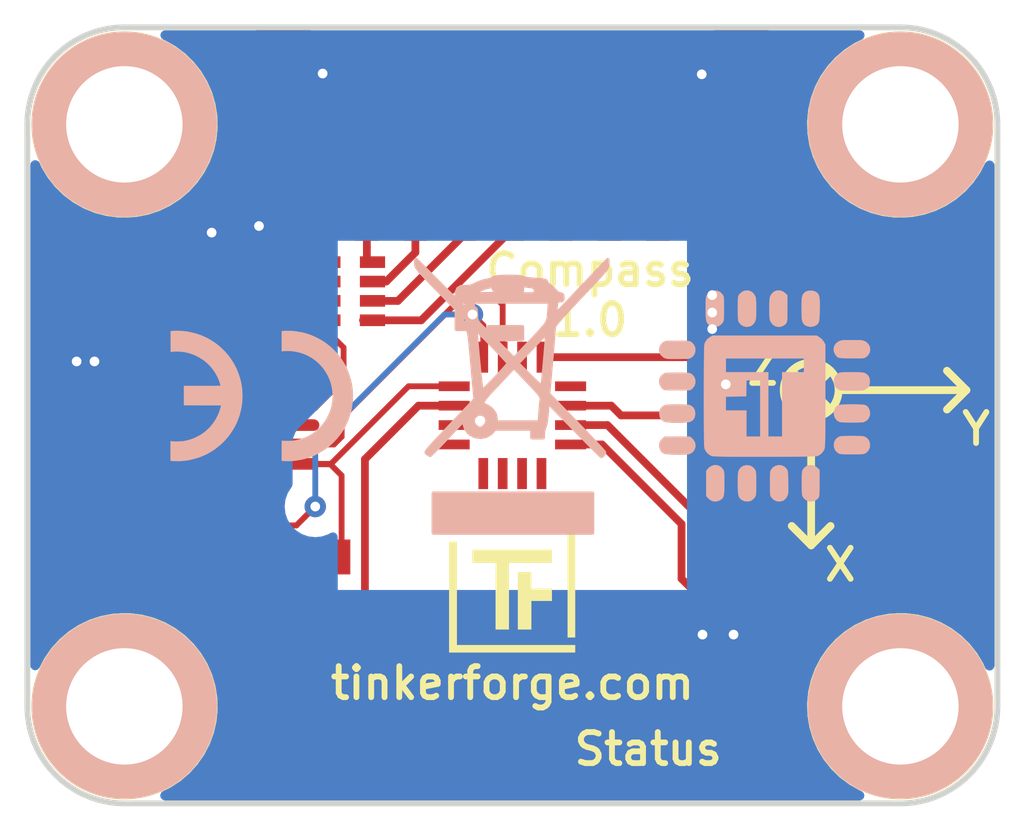
<source format=kicad_pcb>
(kicad_pcb (version 20221018) (generator pcbnew)
  (title_block (title "Compass Bricklet 1.0") (date "2019-02-13") (rev "1.0") (company "Tinkerforge GmbH") (comment 1 "Licensed under CERN OHL v.1.1") (comment 2 "Copyright (©) 2019, T.Schneidermann <tim@tinkerforge.com>"))
  (layers (0 "F.Cu" signal) (31 "B.Cu" signal) (34 "B.Paste" user) (35 "F.Paste" user) (36 "B.SilkS" user "B.Silkscreen") (37 "F.SilkS" user "F.Silkscreen") (38 "B.Mask" user) (39 "F.Mask" user) (44 "Edge.Cuts" user))
  (net 0 "")
  (net 1 "VCC")
  (net 2 "GND")
  (net 3 "Net-(C3-Pad1)")
  (net 4 "Net-(D1-Pad2)")
  (net 5 "Net-(P1-Pad4)")
  (net 6 "Net-(P1-Pad5)")
  (net 7 "Net-(P1-Pad6)")
  (net 8 "Net-(P2-Pad1)")
  (net 9 "Net-(P3-Pad2)")
  (net 10 "Net-(R1-Pad1)")
  (net 11 "S-MISO")
  (net 12 "S-MOSI")
  (net 13 "S-CLK")
  (net 14 "S-CS")
  (net 15 "SDA")
  (net 16 "SCL")
  (net 17 "INTERRUPT")
  (net 18 "Net-(C6-Pad1)")
  (net 19 "Net-(P1-Pad1)")
  (net 20 "Net-(RP2-Pad6)")
  (net 21 "Net-(RP2-Pad7)")
  (net 22 "Net-(U1-Pad2)")
  (net 23 "Net-(U1-Pad3)")
  (net 24 "Net-(U1-Pad5)")
  (net 25 "Net-(U1-Pad6)")
  (net 26 "Net-(U1-Pad8)")
  (net 27 "Net-(U1-Pad11)")
  (net 28 "Net-(U1-Pad12)")
  (net 29 "Net-(U1-Pad13)")
  (net 30 "Net-(U1-Pad14)")
  (net 31 "Net-(U1-Pad16)")
  (net 32 "Net-(U1-Pad18)")
  (net 33 "Net-(U1-Pad21)")
  (net 34 "Net-(U2-Pad3)")
  (net 35 "Net-(U2-Pad4)")
  (net 36 "Net-(U2-Pad5)")
  (net 37 "Net-(U2-Pad6)")
  (net 38 "Net-(U2-Pad7)")
  (net 39 "Net-(U2-Pad8)")
  (net 40 "Net-(U2-Pad12)")
  (net 41 "Net-(U2-Pad14)")
  (footprint "kicad-libraries:C0603F" (layer "F.Cu") (at 159 97.5 90)
    (fp_text reference "C1")
    (fp_text value "100nF")
    (pad "1" smd rect (at -0.75 0 90) (size 0.9 0.9) (layers "F.Cu" "F.Paste" "F.Mask") (net 1 "VCC"))
    (pad "2" smd rect (at 0.75 0 90) (size 0.9 0.9) (layers "F.Cu" "F.Paste" "F.Mask") (net 2 "GND"))
  )
  (footprint "kicad-libraries:C0603F" (layer "F.Cu") (at 175.5 98.3 -90)
    (fp_text reference "C2")
    (fp_text value "1uF")
    (pad "1" smd rect (at -0.75 0 270) (size 0.9 0.9) (layers "F.Cu" "F.Paste" "F.Mask") (net 2 "GND"))
    (pad "2" smd rect (at 0.75 0 270) (size 0.9 0.9) (layers "F.Cu" "F.Paste" "F.Mask") (net 1 "VCC"))
  )
  (footprint "kicad-libraries:C0603F" (layer "F.Cu") (at 176.6 94.75 180)
    (fp_text reference "C5")
    (fp_text value "1uF")
    (pad "1" smd rect (at -0.75 0 180) (size 0.9 0.9) (layers "F.Cu" "F.Paste" "F.Mask") (net 1 "VCC"))
    (pad "2" smd rect (at 0.75 0 180) (size 0.9 0.9) (layers "F.Cu" "F.Paste" "F.Mask") (net 2 "GND"))
  )
  (footprint "kicad-libraries:C0805" (layer "F.Cu") (at 175.3 101.5 -90)
    (fp_text reference "C6")
    (fp_text value "10uF")
    (pad "1" smd rect (at -1.00076 0 270) (size 1.00076 1.24968) (layers "F.Cu" "F.Paste" "F.Mask") (net 18 "Net-(C6-Pad1)") (clearance 0.14986))
    (pad "2" smd rect (at 1.00076 0 270) (size 1.00076 1.24968) (layers "F.Cu" "F.Paste" "F.Mask") (net 2 "GND") (clearance 0.14986))
  )
  (footprint "kicad-libraries:D0603F" (layer "F.Cu") (at 170 106.11 180)
    (fp_text reference "D1")
    (fp_text value "blue")
    (pad "1" smd rect (at -0.75 0 180) (size 0.9 0.9) (layers "F.Cu" "F.Paste" "F.Mask") (net 1 "VCC"))
    (pad "2" smd rect (at 0.75 0 180) (size 0.9 0.9) (layers "F.Cu" "F.Paste" "F.Mask") (net 4 "Net-(D1-Pad2)"))
  )
  (footprint "kicad-libraries:CON-SENSOR2" (layer "F.Cu") (at 170 87.5 180)
    (fp_text reference "P1")
    (fp_text value "CON-SENSOR2")
    (pad "1" smd rect (at -3.75 -4.6 180) (size 0.6 1.8) (layers "F.Cu" "F.Paste" "F.Mask") (net 19 "Net-(P1-Pad1)"))
    (pad "2" smd rect (at -2.5 -4.6 180) (size 0.6 1.8) (layers "F.Cu" "F.Paste" "F.Mask") (net 2 "GND"))
    (pad "3" smd rect (at -1.25 -4.6 180) (size 0.6 1.8) (layers "F.Cu" "F.Paste" "F.Mask") (net 1 "VCC"))
    (pad "4" smd rect (at 0 -4.6 180) (size 0.6 1.8) (layers "F.Cu" "F.Paste" "F.Mask") (net 5 "Net-(P1-Pad4)"))
    (pad "5" smd rect (at 1.25 -4.6 180) (size 0.6 1.8) (layers "F.Cu" "F.Paste" "F.Mask") (net 6 "Net-(P1-Pad5)"))
    (pad "6" smd rect (at 2.5 -4.6 180) (size 0.6 1.8) (layers "F.Cu" "F.Paste" "F.Mask") (net 7 "Net-(P1-Pad6)"))
    (pad "7" smd rect (at 3.75 -4.6 180) (size 0.6 1.8) (layers "F.Cu" "F.Paste" "F.Mask") (net 3 "Net-(C3-Pad1)"))
    (pad "EP" smd rect (at -5.9 -1.2 180) (size 1.4 2.4) (layers "F.Cu" "F.Paste" "F.Mask") (net 2 "GND"))
    (pad "EP" smd rect (at 5.9 -1.2 180) (size 1.4 2.4) (layers "F.Cu" "F.Paste" "F.Mask") (net 2 "GND"))
  )
  (footprint "kicad-libraries:DEBUG_PAD" (layer "F.Cu") (at 161.9 101.25)
    (fp_text reference "P2")
    (fp_text value "DEBUG")
    (pad "1" smd circle (at 0 0) (size 0.7 0.7) (layers "F.Cu" "F.Paste" "F.Mask") (net 8 "Net-(P2-Pad1)"))
  )
  (footprint "kicad-libraries:SolderJumper" (layer "F.Cu") (at 162.25 93.7 -90)
    (fp_text reference "P3")
    (fp_text value "BOOT")
    (pad "1" smd rect (at -0.5 0 270) (size 0.4 1.4) (layers "F.Cu" "F.Mask") (net 2 "GND"))
    (pad "1" smd rect (at -0.225 -0.55 270) (size 0.95 0.3) (layers "F.Cu" "F.Mask") (net 2 "GND"))
    (pad "1" smd rect (at -0.225 0.55 270) (size 0.95 0.3) (layers "F.Cu" "F.Mask") (net 2 "GND"))
    (pad "2" smd rect (at 0.15 0 270) (size 0.6 0.5) (layers "F.Cu" "F.Mask") (net 9 "Net-(P3-Pad2)"))
    (pad "2" smd rect (at 0.55 0 270) (size 0.3 1.4) (layers "F.Cu" "F.Mask") (net 9 "Net-(P3-Pad2)"))
  )
  (footprint "kicad-libraries:R0603F" (layer "F.Cu") (at 167.02 106.11)
    (fp_text reference "R1")
    (fp_text value "1k")
    (pad "1" smd rect (at -0.75 0) (size 0.9 0.9) (layers "F.Cu" "F.Paste" "F.Mask") (net 10 "Net-(R1-Pad1)"))
    (pad "2" smd rect (at 0.75 0) (size 0.9 0.9) (layers "F.Cu" "F.Paste" "F.Mask") (net 4 "Net-(D1-Pad2)"))
  )
  (footprint "kicad-libraries:4X0402" (layer "F.Cu") (at 165.82 94.3 90)
    (fp_text reference "RP1")
    (fp_text value "82")
    (pad "1" smd rect (at -0.7493 0.575 270) (size 0.29972 0.65) (layers "F.Cu" "F.Paste" "F.Mask") (net 5 "Net-(P1-Pad4)"))
    (pad "2" smd rect (at -0.24892 0.575 270) (size 0.29972 0.65) (layers "F.Cu" "F.Paste" "F.Mask") (net 6 "Net-(P1-Pad5)"))
    (pad "3" smd rect (at 0.24892 0.575 270) (size 0.29972 0.65) (layers "F.Cu" "F.Paste" "F.Mask") (net 7 "Net-(P1-Pad6)"))
    (pad "4" smd rect (at 0.7493 0.575 270) (size 0.29972 0.65) (layers "F.Cu" "F.Paste" "F.Mask") (net 3 "Net-(C3-Pad1)"))
    (pad "5" smd rect (at 0.7493 -0.575 90) (size 0.29972 0.65) (layers "F.Cu" "F.Paste" "F.Mask") (net 11 "S-MISO"))
    (pad "6" smd rect (at 0.24892 -0.575 90) (size 0.29972 0.65) (layers "F.Cu" "F.Paste" "F.Mask") (net 12 "S-MOSI"))
    (pad "7" smd rect (at -0.24892 -0.575 90) (size 0.29972 0.65) (layers "F.Cu" "F.Paste" "F.Mask") (net 13 "S-CLK"))
    (pad "8" smd rect (at -0.7493 -0.575 90) (size 0.29972 0.65) (layers "F.Cu" "F.Paste" "F.Mask") (net 14 "S-CS"))
  )
  (footprint "kicad-libraries:4X0603" (layer "F.Cu") (at 164.4 102 180)
    (fp_text reference "RP2")
    (fp_text value "2k2")
    (pad "1" smd rect (at -1.19888 -0.8509 180) (size 0.44958 0.89916) (layers "F.Cu" "F.Paste" "F.Mask") (net 1 "VCC"))
    (pad "2" smd rect (at -0.39878 -0.8509 180) (size 0.44958 0.89916) (layers "F.Cu" "F.Paste" "F.Mask") (net 1 "VCC"))
    (pad "3" smd rect (at 0.39878 -0.8509 180) (size 0.44958 0.89916) (layers "F.Cu" "F.Paste" "F.Mask") (net 1 "VCC"))
    (pad "4" smd rect (at 1.19888 -0.8509 180) (size 0.44958 0.89916) (layers "F.Cu" "F.Paste" "F.Mask") (net 1 "VCC"))
    (pad "5" smd rect (at 1.19888 0.8509 180) (size 0.44958 0.89916) (layers "F.Cu" "F.Paste" "F.Mask") (net 15 "SDA"))
    (pad "6" smd rect (at 0.39878 0.8509 180) (size 0.44958 0.89916) (layers "F.Cu" "F.Paste" "F.Mask") (net 20 "Net-(RP2-Pad6)"))
    (pad "7" smd rect (at -0.39878 0.8509 180) (size 0.44958 0.89916) (layers "F.Cu" "F.Paste" "F.Mask") (net 21 "Net-(RP2-Pad7)"))
    (pad "8" smd rect (at -1.19888 0.8509 180) (size 0.44958 0.89916) (layers "F.Cu" "F.Paste" "F.Mask") (net 16 "SCL"))
  )
  (footprint "kicad-libraries:QFN24-4x4mm-0.5mm" (layer "F.Cu") (at 162.5 97.5 -90)
    (fp_text reference "U1")
    (fp_text value "XMC1300")
    (pad "1" smd oval (at -2.025 -1.25 270) (size 1 0.3) (layers "F.Cu" "F.Paste" "F.Mask") (net 11 "S-MISO"))
    (pad "2" smd oval (at -2.025 -0.75 270) (size 1 0.3) (layers "F.Cu" "F.Paste" "F.Mask") (net 22 "Net-(U1-Pad2)"))
    (pad "3" smd oval (at -2.025 -0.25 270) (size 1 0.3) (layers "F.Cu" "F.Paste" "F.Mask") (net 23 "Net-(U1-Pad3)"))
    (pad "4" smd oval (at -2.025 0.25 270) (size 1 0.3) (layers "F.Cu" "F.Paste" "F.Mask") (net 9 "Net-(P3-Pad2)"))
    (pad "5" smd oval (at -2.025 0.75 270) (size 1 0.3) (layers "F.Cu" "F.Paste" "F.Mask") (net 24 "Net-(U1-Pad5)"))
    (pad "6" smd oval (at -2.025 1.25 270) (size 1 0.3) (layers "F.Cu" "F.Paste" "F.Mask") (net 25 "Net-(U1-Pad6)"))
    (pad "7" smd oval (at -1.25 2.025) (size 1 0.3) (layers "F.Cu" "F.Paste" "F.Mask") (net 10 "Net-(R1-Pad1)"))
    (pad "8" smd oval (at -0.75 2.025) (size 1 0.3) (layers "F.Cu" "F.Paste" "F.Mask") (net 26 "Net-(U1-Pad8)"))
    (pad "9" smd oval (at -0.25 2.025) (size 1 0.3) (layers "F.Cu" "F.Paste" "F.Mask") (net 2 "GND"))
    (pad "10" smd oval (at 0.25 2.025) (size 1 0.3) (layers "F.Cu" "F.Paste" "F.Mask") (net 1 "VCC"))
    (pad "11" smd oval (at 0.75 2.025) (size 1 0.3) (layers "F.Cu" "F.Paste" "F.Mask") (net 27 "Net-(U1-Pad11)"))
    (pad "12" smd oval (at 1.25 2.025) (size 1 0.3) (layers "F.Cu" "F.Paste" "F.Mask") (net 28 "Net-(U1-Pad12)"))
    (pad "13" smd oval (at 2.025 1.25 270) (size 1 0.3) (layers "F.Cu" "F.Paste" "F.Mask") (net 29 "Net-(U1-Pad13)"))
    (pad "14" smd oval (at 2.025 0.75 270) (size 1 0.3) (layers "F.Cu" "F.Paste" "F.Mask") (net 30 "Net-(U1-Pad14)"))
    (pad "15" smd oval (at 2.025 0.25 270) (size 1 0.3) (layers "F.Cu" "F.Paste" "F.Mask") (net 8 "Net-(P2-Pad1)"))
    (pad "16" smd oval (at 2.025 -0.25 270) (size 1 0.3) (layers "F.Cu" "F.Paste" "F.Mask") (net 31 "Net-(U1-Pad16)"))
    (pad "17" smd oval (at 2.025 -0.75 270) (size 1 0.3) (layers "F.Cu" "F.Paste" "F.Mask") (net 15 "SDA"))
    (pad "18" smd oval (at 2.025 -1.25 270) (size 1 0.3) (layers "F.Cu" "F.Paste" "F.Mask") (net 32 "Net-(U1-Pad18)"))
    (pad "19" smd oval (at 1.25 -2.025) (size 1 0.3) (layers "F.Cu" "F.Paste" "F.Mask") (net 16 "SCL"))
    (pad "20" smd oval (at 0.75 -2.025) (size 1 0.3) (layers "F.Cu" "F.Paste" "F.Mask") (net 17 "INTERRUPT"))
    (pad "21" smd oval (at 0.25 -2.025) (size 1 0.3) (layers "F.Cu" "F.Paste" "F.Mask") (net 33 "Net-(U1-Pad21)"))
    (pad "22" smd oval (at -0.25 -2.025) (size 1 0.3) (layers "F.Cu" "F.Paste" "F.Mask") (net 14 "S-CS"))
    (pad "23" smd oval (at -0.75 -2.025) (size 1 0.3) (layers "F.Cu" "F.Paste" "F.Mask") (net 13 "S-CLK"))
    (pad "24" smd oval (at -1.25 -2.025) (size 1 0.3) (layers "F.Cu" "F.Paste" "F.Mask") (net 12 "S-MOSI"))
    (pad "EXP" smd rect (at -0.65 -0.65 270) (size 1.3 1.3) (layers "F.Cu" "F.Paste" "F.Mask") (net 2 "GND"))
    (pad "EXP" smd rect (at -0.65 0.65 270) (size 1.3 1.3) (layers "F.Cu" "F.Paste" "F.Mask") (net 2 "GND"))
    (pad "EXP" smd rect (at 0.65 -0.65 270) (size 1.3 1.3) (layers "F.Cu" "F.Paste" "F.Mask") (net 2 "GND"))
    (pad "EXP" smd rect (at 0.65 0.65 270) (size 1.3 1.3) (layers "F.Cu" "F.Paste" "F.Mask") (net 2 "GND"))
  )
  (footprint "kicad-libraries:DRILL_NP" (layer "F.Cu") (at 160 90)
    (fp_text reference "U3" hide)
    (fp_text value "DRILL" hide)
    (pad "" np_thru_hole circle (at 0 0) (size 2.99974 2.99974) (drill 2.99974) (layers "*.Cu" "*.Mask" "F.SilkS") (clearance 0.89916))
  )
  (footprint "kicad-libraries:DRILL_NP" (layer "F.Cu") (at 180 90)
    (fp_text reference "U4" hide)
    (fp_text value "DRILL" hide)
    (pad "" np_thru_hole circle (at 0 0) (size 2.99974 2.99974) (drill 2.99974) (layers "*.Cu" "*.Mask" "F.SilkS") (clearance 0.89916))
  )
  (footprint "kicad-libraries:DRILL_NP" (layer "F.Cu") (at 160 105)
    (fp_text reference "U5" hide)
    (fp_text value "DRILL" hide)
    (pad "" np_thru_hole circle (at 0 0) (size 2.99974 2.99974) (drill 2.99974) (layers "*.Cu" "*.Mask" "F.SilkS") (clearance 0.89916))
  )
  (footprint "kicad-libraries:DRILL_NP" (layer "F.Cu") (at 180 105)
    (fp_text reference "U6" hide)
    (fp_text value "DRILL" hide)
    (pad "" np_thru_hole circle (at 0 0) (size 2.99974 2.99974) (drill 2.99974) (layers "*.Cu" "*.Mask" "F.SilkS") (clearance 0.89916))
  )
  (footprint "kicad-libraries:C0402F" (layer "F.Cu") (at 164.6 92.6 180)
    (fp_text reference "C3")
    (fp_text value "220pF")
    (pad "1" smd rect (at -0.5 0 180) (size 0.6 0.7) (layers "F.Cu" "F.Paste" "F.Mask") (net 3 "Net-(C3-Pad1)"))
    (pad "2" smd rect (at 0.5 0 180) (size 0.6 0.7) (layers "F.Cu" "F.Paste" "F.Mask") (net 2 "GND"))
  )
  (footprint "kicad-libraries:Fiducial_Mark" (layer "F.Cu") (at 160 94)
    (fp_text reference "Fiducial_Mark" hide)
    (fp_text value "VAL**" hide)
    (pad "1" smd circle (at 0 0) (size 1.00076 1.00076) (layers "F.Cu" "F.Paste" "F.Mask") (clearance 0.65024))
  )
  (footprint "kicad-libraries:Fiducial_Mark" (layer "F.Cu") (at 180 94)
    (fp_text reference "Fiducial_Mark" hide)
    (fp_text value "VAL**" hide)
    (pad "1" smd circle (at 0 0) (size 1.00076 1.00076) (layers "F.Cu" "F.Paste" "F.Mask") (clearance 0.65024))
  )
  (footprint "kicad-libraries:Logo_31x31" (layer "F.Cu") (at 170 102)
    (fp_text reference "G***" hide)
    (fp_text value "LOGO" hide)
  )
  (footprint "kicad-libraries:Fiducial_Mark" (layer "F.Cu") (at 180 101)
    (fp_text reference "Fiducial_Mark" hide)
    (fp_text value "VAL**" hide)
    (pad "1" smd circle (at 0 0) (size 1.00076 1.00076) (layers "F.Cu" "F.Paste" "F.Mask") (clearance 0.65024))
  )
  (footprint "kicad-libraries:LGA16-3x3_Compass" (layer "F.Cu") (at 170 97.5 90)
    (fp_text reference "U2")
    (fp_text value "MMC5883MA")
    (pad "1" smd rect (at 0.75 -1.5 90) (size 0.25 0.8) (layers "F.Cu" "F.Paste" "F.Mask") (net 16 "SCL"))
    (pad "2" smd rect (at 0.25 -1.5 90) (size 0.25 0.8) (layers "F.Cu" "F.Paste" "F.Mask") (net 1 "VCC"))
    (pad "3" smd rect (at -0.25 -1.5 90) (size 0.25 0.8) (layers "F.Cu" "F.Paste" "F.Mask") (net 34 "Net-(U2-Pad3)"))
    (pad "4" smd rect (at -0.75 -1.5 90) (size 0.25 0.8) (layers "F.Cu" "F.Paste" "F.Mask") (net 35 "Net-(U2-Pad4)"))
    (pad "5" smd rect (at -1.5 -0.75 90) (size 0.8 0.25) (layers "F.Cu" "F.Paste" "F.Mask") (net 36 "Net-(U2-Pad5)"))
    (pad "6" smd rect (at -1.5 -0.25 90) (size 0.8 0.25) (layers "F.Cu" "F.Paste" "F.Mask") (net 37 "Net-(U2-Pad6)"))
    (pad "7" smd rect (at -1.5 0.25 90) (size 0.8 0.25) (layers "F.Cu" "F.Paste" "F.Mask") (net 38 "Net-(U2-Pad7)"))
    (pad "8" smd rect (at -1.5 0.75 90) (size 0.8 0.25) (layers "F.Cu" "F.Paste" "F.Mask") (net 39 "Net-(U2-Pad8)"))
    (pad "9" smd rect (at -0.75 1.5 90) (size 0.25 0.8) (layers "F.Cu" "F.Paste" "F.Mask") (net 2 "GND"))
    (pad "10" smd rect (at -0.25 1.5 90) (size 0.25 0.8) (layers "F.Cu" "F.Paste" "F.Mask") (net 18 "Net-(C6-Pad1)"))
    (pad "11" smd rect (at 0.25 1.5 90) (size 0.25 0.8) (layers "F.Cu" "F.Paste" "F.Mask") (net 2 "GND"))
    (pad "12" smd rect (at 0.75 1.5 90) (size 0.25 0.8) (layers "F.Cu" "F.Paste" "F.Mask") (net 40 "Net-(U2-Pad12)"))
    (pad "13" smd rect (at 1.5 0.75 90) (size 0.8 0.25) (layers "F.Cu" "F.Paste" "F.Mask") (net 1 "VCC"))
    (pad "14" smd rect (at 1.5 0.25 90) (size 0.8 0.25) (layers "F.Cu" "F.Paste" "F.Mask") (net 41 "Net-(U2-Pad14)"))
    (pad "15" smd rect (at 1.5 -0.25 90) (size 0.8 0.25) (layers "F.Cu" "F.Paste" "F.Mask") (net 17 "INTERRUPT"))
    (pad "16" smd rect (at 1.5 -0.75 90) (size 0.8 0.25) (layers "F.Cu" "F.Paste" "F.Mask") (net 15 "SDA"))
  )
  (footprint "kicad-libraries:C0805" (layer "F.Cu") (at 176.6 93.3 180)
    (fp_text reference "C4")
    (fp_text value "10uF")
    (pad "1" smd rect (at -1.00076 0 180) (size 1.00076 1.24968) (layers "F.Cu" "F.Paste" "F.Mask") (net 1 "VCC") (clearance 0.14986))
    (pad "2" smd rect (at 1.00076 0 180) (size 1.00076 1.24968) (layers "F.Cu" "F.Paste" "F.Mask") (net 2 "GND") (clearance 0.14986))
  )
  (footprint "kicad-libraries:WEEE_7mm" (layer "B.Cu") (at 170 97 180)
    (fp_text reference "VAL" hide)
    (fp_text value "WEEE_7mm" hide)
  )
  (footprint "kicad-libraries:Logo_CoMCU" (layer "B.Cu") (at 176.5 97 180)
    (fp_text reference "G***" hide)
    (fp_text value "LOGO" hide)
  )
  (footprint "kicad-libraries:CE_5mm" (layer "B.Cu") (at 163.5 97 180)
    (fp_text reference "VAL" hide)
    (fp_text value "CE_5mm" hide)
  )
  (gr_line (start 181.7 96.85) (end 181.2 97.35) (stroke (width 0.2)) (layer "F.SilkS"))
  (gr_line (start 177.7 97.6) (end 177.7 100.85) (stroke (width 0.2)) (layer "F.SilkS"))
  (gr_line (start 181.7 96.85) (end 181.2 96.35) (stroke (width 0.2)) (layer "F.SilkS"))
  (gr_line (start 177.7 100.85) (end 178.2 100.35) (stroke (width 0.2)) (layer "F.SilkS"))
  (gr_line (start 177.2 96.35) (end 178.2 97.35) (stroke (width 0.2)) (layer "F.SilkS"))
  (gr_line (start 177.2 100.35) (end 177.7 100.85) (stroke (width 0.2)) (layer "F.SilkS"))
  (gr_circle (center 177.7 96.85) (end 178.2 96.35) (stroke (width 0.2)) (fill none) (layer "F.SilkS"))
  (gr_line (start 181.7 96.85) (end 178.45 96.85) (stroke (width 0.2)) (layer "F.SilkS"))
  (gr_line (start 178.2 96.35) (end 177.2 97.35) (stroke (width 0.2)) (layer "F.SilkS"))
  (gr_line (start 182.5 90) (end 182.5 105) (stroke (width 0.15)) (layer "Edge.Cuts"))
  (gr_line (start 157.5 105) (end 157.5 90) (stroke (width 0.15)) (layer "Edge.Cuts"))
  (gr_line (start 160 87.5) (end 180 87.5) (stroke (width 0.15)) (layer "Edge.Cuts"))
  (gr_arc (start 182.5 105) (mid 181.767767 106.767767) (end 180 107.5) (stroke (width 0.15)) (layer "Edge.Cuts"))
  (gr_arc (start 160 107.5) (mid 158.232233 106.767767) (end 157.5 105) (stroke (width 0.15)) (layer "Edge.Cuts"))
  (gr_arc (start 180 87.5) (mid 181.767767 88.232233) (end 182.5 90) (stroke (width 0.15)) (layer "Edge.Cuts"))
  (gr_arc (start 157.5 90) (mid 158.232233 88.232233) (end 160 87.5) (stroke (width 0.15)) (layer "Edge.Cuts"))
  (gr_line (start 180 107.5) (end 160 107.5) (stroke (width 0.15)) (layer "Edge.Cuts"))
  (gr_text "Z" (at 176.45 96.3) (layer "F.SilkS") (effects (font (size 0.8 0.8))))
  (gr_text "Y" (at 181.95 97.85) (layer "F.SilkS") (effects (font (size 0.8 0.8))))
  (gr_text "Status" (at 173.5 106.1) (layer "F.SilkS") (effects (font (size 0.8 0.8))))
  (gr_text "Compass\n1.0" (at 172 94.4) (layer "F.SilkS") (effects (font (size 0.8 0.8))))
  (gr_text "tinkerforge.com" (at 170 104.4) (layer "F.SilkS") (effects (font (size 0.8 0.8))))
  (gr_text "X" (at 178.45 101.35) (layer "F.SilkS") (effects (font (size 0.8 0.8))))
  (segment (start 171.25 92.1) (end 171.25 90.9) (width 0.3) (layer "F.Cu") (net 1))
  (segment (start 171.25 90.9) (end 171.800011 90.349989) (width 0.3) (layer "F.Cu") (net 1))
  (segment (start 166.2 98.63) (end 166.2 103.4) (width 0.2) (layer "F.Cu") (net 1))
  (segment (start 170.76 105.55) (end 170.45 105.24) (width 0.3) (layer "F.Cu") (net 1))
  (segment (start 176.3 99.9) (end 175.5 99.1) (width 0.2) (layer "F.Cu") (net 1))
  (segment (start 163.20112 102.8509) (end 163.20112 103.60048) (width 0.3) (layer "F.Cu") (net 1))
  (segment (start 176.4 98.2) (end 176.4 96.8) (width 0.2) (layer "F.Cu") (net 1))
  (segment (start 159 99.7) (end 159 98.2) (width 0.3) (layer "F.Cu") (net 1))
  (segment (start 175.55 99.05) (end 176.4 98.2) (width 0.2) (layer "F.Cu") (net 1))
  (segment (start 163.20112 102.8509) (end 163.72591 102.8509) (width 0.3) (layer "F.Cu") (net 1))
  (segment (start 177.35 94.75) (end 177.3 94.8) (width 0.3) (layer "F.Cu") (net 1))
  (segment (start 163.2 103.6016) (end 163.2 103.8) (width 0.3) (layer "F.Cu") (net 1))
  (segment (start 163.20112 103.60048) (end 163.2 103.6016) (width 0.3) (layer "F.Cu") (net 1))
  (segment (start 170.92 106.09) (end 170.76 106.25) (width 0.3) (layer "F.Cu") (net 1))
  (segment (start 177.6 92.3) (end 177.6 92.7) (width 0.3) (layer "F.Cu") (net 1))
  (segment (start 175.649989 90.349989) (end 177.6 92.3) (width 0.3) (layer "F.Cu") (net 1))
  (segment (start 159.52499 97.72501) (end 160.47501 97.72501) (width 0.25) (layer "F.Cu") (net 1))
  (segment (start 163.72681 102.85) (end 165.59 102.85) (width 0.3) (layer "F.Cu") (net 1))
  (segment (start 175.26 106.09) (end 170.92 106.09) (width 0.3) (layer "F.Cu") (net 1))
  (segment (start 166.2 103.4) (end 167.2 104.4) (width 0.2) (layer "F.Cu") (net 1))
  (segment (start 167.58 97.25) (end 166.2 98.63) (width 0.2) (layer "F.Cu") (net 1))
  (segment (start 167.2 104.4) (end 175.351004 104.4) (width 0.2) (layer "F.Cu") (net 1))
  (segment (start 177.60076 94.04924) (end 177.4 94.25) (width 0.3) (layer "F.Cu") (net 1))
  (segment (start 175.6 96) (end 170.75 96) (width 0.2) (layer "F.Cu") (net 1))
  (segment (start 175.5 99.1) (end 176.6 99.1) (width 0.2) (layer "F.Cu") (net 1))
  (segment (start 170.76 106.25) (end 170.76 105.55) (width 0.3) (layer "F.Cu") (net 1))
  (segment (start 163.72591 102.8509) (end 163.72681 102.85) (width 0.3) (layer "F.Cu") (net 1))
  (segment (start 159 98.25) (end 159.52499 97.72501) (width 0.25) (layer "F.Cu") (net 1))
  (segment (start 160.47501 97.72501) (end 160.49 97.74) (width 0.25) (layer "F.Cu") (net 1))
  (segment (start 176.4 96.8) (end 175.6 96) (width 0.2) (layer "F.Cu") (net 1))
  (segment (start 164.54 105.24) (end 159 99.7) (width 0.3) (layer "F.Cu") (net 1))
  (segment (start 177.3 94.8) (end 177.3 104.05) (width 0.3) (layer "F.Cu") (net 1))
  (segment (start 176.6 99.1) (end 177.3 98.4) (width 0.2) (layer "F.Cu") (net 1))
  (segment (start 176.3 103.451004) (end 176.3 99.9) (width 0.2) (layer "F.Cu") (net 1))
  (segment (start 177.3 104.05) (end 175.26 106.09) (width 0.3) (layer "F.Cu") (net 1))
  (segment (start 170.45 105.24) (end 164.54 105.24) (width 0.3) (layer "F.Cu") (net 1))
  (segment (start 177.4 94.25) (end 177.4 94.7) (width 0.3) (layer "F.Cu") (net 1))
  (segment (start 177.3 98.4) (end 177.3 98.7) (width 0.2) (layer "F.Cu") (net 1))
  (segment (start 168.5 97.25) (end 167.58 97.25) (width 0.2) (layer "F.Cu") (net 1))
  (segment (start 175.5 99.05) (end 175.55 99.05) (width 0.2) (layer "F.Cu") (net 1))
  (segment (start 171.800011 90.349989) (end 175.649989 90.349989) (width 0.3) (layer "F.Cu") (net 1))
  (segment (start 177.60076 93.3) (end 177.60076 94.04924) (width 0.3) (layer "F.Cu") (net 1))
  (segment (start 175.351004 104.4) (end 176.3 103.451004) (width 0.2) (layer "F.Cu") (net 1))
  (segment (start 175.3 102.75) (end 175.174997 102.875001) (width 0.2) (layer "F.Cu") (net 2))
  (segment (start 175.424999 94.999991) (end 175.15 95.27499) (width 0.3) (layer "F.Cu") (net 2))
  (segment (start 161.8 96.85) (end 163.14 96.85) (width 0.25) (layer "F.Cu") (net 2))
  (segment (start 172.8 97.5) (end 175.5 97.5) (width 0.2) (layer "F.Cu") (net 2))
  (segment (start 162.25 93.2) (end 162.645002 93.2) (width 0.15) (layer "F.Cu") (net 2))
  (segment (start 172.55 97.25) (end 172.8 97.5) (width 0.2) (layer "F.Cu") (net 2))
  (segment (start 159 96.75) (end 158.77 96.52) (width 0.3) (layer "F.Cu") (net 2))
  (segment (start 162.81 93.364998) (end 162.81 93.51) (width 0.15) (layer "F.Cu") (net 2))
  (segment (start 161.7 93.475) (end 161.7 93.354998) (width 0.15) (layer "F.Cu") (net 2))
  (segment (start 162.645002 93.2) (end 162.81 93.364998) (width 0.15) (layer "F.Cu") (net 2))
  (segment (start 175.35 94.85) (end 175.15 94.85) (width 0.3) (layer "F.Cu") (net 2))
  (segment (start 164.1 88.7) (end 165.1 88.7) (width 0.2) (layer "F.Cu") (net 2))
  (segment (start 161.854998 93.2) (end 162.25 93.2) (width 0.15) (layer "F.Cu") (net 2))
  (segment (start 160.475 97.25) (end 159.5 97.25) (width 0.25) (layer "F.Cu") (net 2))
  (segment (start 172.5 91.049999) (end 172.7 90.849999) (width 0.3) (layer "F.Cu") (net 2))
  (segment (start 175.9 88.7) (end 174.89 88.7) (width 0.2) (layer "F.Cu") (net 2))
  (segment (start 159 96.75) (end 159.23 96.52) (width 0.3) (layer "F.Cu") (net 2))
  (segment (start 171.5 97.25) (end 172.55 97.25) (width 0.2) (layer "F.Cu") (net 2))
  (segment (start 175.45 94.75) (end 175.35 94.85) (width 0.3) (layer "F.Cu") (net 2))
  (segment (start 172.31 98.25) (end 174.36 100.3) (width 0.2) (layer "F.Cu") (net 2))
  (segment (start 158.77 96.52) (end 158.77 96.498908) (width 0.3) (layer "F.Cu") (net 2))
  (segment (start 161.7 93.354998) (end 161.854998 93.2) (width 0.15) (layer "F.Cu") (net 2))
  (segment (start 175.174997 102.875001) (end 174.899998 103.15) (width 0.2) (layer "F.Cu") (net 2))
  (segment (start 174.949999 90.849999) (end 175.6 91.5) (width 0.3) (layer "F.Cu") (net 2))
  (segment (start 163.49 92.6) (end 163.47 92.62) (width 0.2) (layer "F.Cu") (net 2))
  (segment (start 174.36 101.71) (end 175.15 102.5) (width 0.2) (layer "F.Cu") (net 2))
  (segment (start 175.5 97.6) (end 175.5 96.85) (width 0.2) (layer "F.Cu") (net 2))
  (segment (start 175.3 102.75) (end 175.425001 102.875001) (width 0.2) (layer "F.Cu") (net 2))
  (segment (start 175.59924 93.99924) (end 175.9 94.3) (width 0.3) (layer "F.Cu") (net 2))
  (segment (start 175.45 94.75) (end 175.45 94.7) (width 0.3) (layer "F.Cu") (net 2))
  (segment (start 174.89 88.7) (end 174.88 88.71) (width 0.2) (layer "F.Cu") (net 2))
  (segment (start 175.85 94.75) (end 175.45 94.75) (width 0.3) (layer "F.Cu") (net 2))
  (segment (start 172.7 90.849999) (end 174.949999 90.849999) (width 0.3) (layer "F.Cu") (net 2))
  (segment (start 172.5 92.1) (end 172.5 91.049999) (width 0.3) (layer "F.Cu") (net 2))
  (segment (start 175.9 94.3) (end 175.9 94.8) (width 0.3) (layer "F.Cu") (net 2))
  (segment (start 161.4 97.25) (end 161.8 96.85) (width 0.25) (layer "F.Cu") (net 2))
  (segment (start 163.14 98.15) (end 161.85 98.15) (width 0.25) (layer "F.Cu") (net 2))
  (segment (start 175.425001 102.875001) (end 175.7 103.15) (width 0.2) (layer "F.Cu") (net 2))
  (segment (start 159 96.75) (end 159 96.3) (width 0.3) (layer "F.Cu") (net 2))
  (segment (start 175.15 102.5) (end 175.3 102.5) (width 0.2) (layer "F.Cu") (net 2))
  (segment (start 174.36 100.3) (end 174.36 101.71) (width 0.2) (layer "F.Cu") (net 2))
  (segment (start 171.5 98.25) (end 172.31 98.25) (width 0.2) (layer "F.Cu") (net 2))
  (segment (start 159.23 96.498908) (end 159.23 96.11) (width 0.3) (layer "F.Cu") (net 2))
  (segment (start 164.1 92.6) (end 163.49 92.6) (width 0.2) (layer "F.Cu") (net 2))
  (segment (start 175.59924 93.3) (end 175.59924 93.99924) (width 0.3) (layer "F.Cu") (net 2))
  (segment (start 159.5 97.25) (end 159 96.75) (width 0.25) (layer "F.Cu") (net 2))
  (segment (start 175.424999 94.674999) (end 175.15 94.4) (width 0.3) (layer "F.Cu") (net 2))
  (segment (start 175.45 94.7) (end 175.424999 94.674999) (width 0.3) (layer "F.Cu") (net 2))
  (segment (start 158.77 96.498908) (end 158.77 96.11) (width 0.3) (layer "F.Cu") (net 2))
  (segment (start 162.25 93.2) (end 162.25 92.79) (width 0.15) (layer "F.Cu") (net 2))
  (segment (start 175.6 91.5) (end 175.6 92.8) (width 0.3) (layer "F.Cu") (net 2))
  (segment (start 175.85 94.75) (end 175.67499 94.75) (width 0.3) (layer "F.Cu") (net 2))
  (segment (start 175.3 102.50076) (end 175.3 102.75) (width 0.2) (layer "F.Cu") (net 2))
  (segment (start 165.1 88.7) (end 165.11 88.69) (width 0.2) (layer "F.Cu") (net 2))
  (segment (start 159.23 96.52) (end 159.23 96.498908) (width 0.3) (layer "F.Cu") (net 2))
  (segment (start 175.67499 94.75) (end 175.424999 94.999991) (width 0.3) (layer "F.Cu") (net 2))
  (segment (start 163.14 96.85) (end 163.14 98.15) (width 0.25) (layer "F.Cu") (net 2))
  (segment (start 160.475 97.25) (end 161.4 97.25) (width 0.25) (layer "F.Cu") (net 2))
  (via (at 175.7 103.15) (size 0.55) (drill 0.25) (layers "F.Cu" "B.Cu") (net 2))
  (via (at 158.77 96.11) (size 0.55) (drill 0.25) (layers "F.Cu" "B.Cu") (net 2))
  (via (at 159.23 96.11) (size 0.55) (drill 0.25) (layers "F.Cu" "B.Cu") (net 2))
  (via (at 174.899998 103.15) (size 0.55) (drill 0.25) (layers "F.Cu" "B.Cu") (net 2))
  (via (at 174.88 88.71) (size 0.55) (drill 0.25) (layers "F.Cu" "B.Cu") (net 2))
  (via (at 175.15 95.27499) (size 0.55) (drill 0.25) (layers "F.Cu" "B.Cu") (net 2))
  (via (at 175.15 94.4) (size 0.55) (drill 0.25) (layers "F.Cu" "B.Cu") (net 2))
  (via (at 175.5 96.7) (size 0.55) (drill 0.25) (layers "F.Cu" "B.Cu") (net 2))
  (via (at 165.11 88.69) (size 0.55) (drill 0.25) (layers "F.Cu" "B.Cu") (net 2))
  (via (at 162.25 92.79) (size 0.55) (drill 0.25) (layers "F.Cu" "B.Cu") (net 2))
  (via (at 163.47 92.62) (size 0.55) (drill 0.25) (layers "F.Cu" "B.Cu") (net 2))
  (via (at 175.15 94.85) (size 0.55) (drill 0.25) (layers "F.Cu" "B.Cu") (net 2))
  (segment (start 165.1 92.6) (end 166.25 92.6) (width 0.2) (layer "F.Cu") (net 3))
  (segment (start 166.25 93.17584) (end 166.25 92.05) (width 0.2) (layer "F.Cu") (net 3))
  (segment (start 166.225 93.5507) (end 166.25 93.5257) (width 0.2) (layer "F.Cu") (net 3))
  (segment (start 166.25 93.5257) (end 166.25 93.17584) (width 0.2) (layer "F.Cu") (net 3))
  (segment (start 167.8 106.11) (end 169.25 106.11) (width 0.2) (layer "F.Cu") (net 4))
  (segment (start 170 92.1) (end 170 92.7) (width 0.2) (layer "F.Cu") (net 5))
  (segment (start 170 92.7) (end 167.65 95.05) (width 0.2) (layer "F.Cu") (net 5))
  (segment (start 167.65 95.05) (end 166.15 95.05) (width 0.2) (layer "F.Cu") (net 5))
  (segment (start 167.05 94.55) (end 166.2 94.55) (width 0.2) (layer "F.Cu") (net 6))
  (segment (start 168.75 92.85) (end 167.05 94.55) (width 0.2) (layer "F.Cu") (net 6))
  (segment (start 168.75 92.1) (end 168.75 92.85) (width 0.2) (layer "F.Cu") (net 6))
  (segment (start 167.5 93.30108) (end 167.5 92.15) (width 0.2) (layer "F.Cu") (net 7))
  (segment (start 166.225 94.05108) (end 166.75 94.05108) (width 0.2) (layer "F.Cu") (net 7))
  (segment (start 166.75 94.05108) (end 167.5 93.30108) (width 0.2) (layer "F.Cu") (net 7))
  (segment (start 162.25 99.525) (end 162.25 100.86) (width 0.2) (layer "F.Cu") (net 8))
  (segment (start 161.9 101.21) (end 161.94 101.17) (width 0.2) (layer "F.Cu") (net 8))
  (segment (start 162.25 100.86) (end 161.9 101.21) (width 0.2) (layer "F.Cu") (net 8))
  (segment (start 162.25 95.475) (end 162.25 93.79) (width 0.2) (layer "F.Cu") (net 9))
  (segment (start 162.25 93.79) (end 162.26 93.78) (width 0.2) (layer "F.Cu") (net 9))
  (segment (start 158.11 95.918996) (end 158.11 99.47) (width 0.2) (layer "F.Cu") (net 10))
  (segment (start 164.76 106.12) (end 164.93 106.12) (width 0.2) (layer "F.Cu") (net 10))
  (segment (start 160.099998 95.524998) (end 158.503998 95.524998) (width 0.2) (layer "F.Cu") (net 10))
  (segment (start 164.93 106.12) (end 166.25 106.12) (width 0.2) (layer "F.Cu") (net 10))
  (segment (start 160.475 95.9) (end 160.099998 95.524998) (width 0.2) (layer "F.Cu") (net 10))
  (segment (start 158.503998 95.524998) (end 158.11 95.918996) (width 0.2) (layer "F.Cu") (net 10))
  (segment (start 160.475 96.25) (end 160.475 95.9) (width 0.2) (layer "F.Cu") (net 10))
  (segment (start 158.11 99.47) (end 164.76 106.12) (width 0.2) (layer "F.Cu") (net 10))
  (segment (start 163.75 95.475) (end 163.75 94.406218) (width 0.15) (layer "F.Cu") (net 11))
  (segment (start 164.596218 93.56) (end 165.08 93.56) (width 0.15) (layer "F.Cu") (net 11))
  (segment (start 163.75 94.406218) (end 164.596218 93.56) (width 0.15) (layer "F.Cu") (net 11))
  (segment (start 164.19 94.464058) (end 164.19 95.93) (width 0.15) (layer "F.Cu") (net 12))
  (segment (start 165.075 94.05108) (end 164.602978 94.05108) (width 0.15) (layer "F.Cu") (net 12))
  (segment (start 164.19 95.93) (end 164.49 96.23) (width 0.15) (layer "F.Cu") (net 12))
  (segment (start 164.602978 94.05108) (end 164.19 94.464058) (width 0.15) (layer "F.Cu") (net 12))
  (segment (start 165.30001 96.426044) (end 164.966054 96.76) (width 0.15) (layer "F.Cu") (net 13))
  (segment (start 165.245 94.54892) (end 164.77 94.54892) (width 0.15) (layer "F.Cu") (net 13))
  (segment (start 164.58 95.353946) (end 165.30001 96.073956) (width 0.15) (layer "F.Cu") (net 13))
  (segment (start 164.77 94.54892) (end 164.58 94.73892) (width 0.15) (layer "F.Cu") (net 13))
  (segment (start 164.58 94.73892) (end 164.58 95.353946) (width 0.15) (layer "F.Cu") (net 13))
  (segment (start 165.30001 96.073956) (end 165.30001 96.426044) (width 0.15) (layer "F.Cu") (net 13))
  (segment (start 164.966054 96.76) (end 164.51 96.76) (width 0.15) (layer "F.Cu") (net 13))
  (segment (start 164.976054 97.25) (end 164.52 97.25) (width 0.15) (layer "F.Cu") (net 14))
  (segment (start 165.65002 96.576034) (end 164.976054 97.25) (width 0.15) (layer "F.Cu") (net 14))
  (segment (start 165.65002 95.75418) (end 165.65002 96.576034) (width 0.15) (layer "F.Cu") (net 14))
  (segment (start 165.245 95.34916) (end 165.65002 95.75418) (width 0.15) (layer "F.Cu") (net 14))
  (segment (start 165.245 95.0493) (end 165.245 95.34916) (width 0.15) (layer "F.Cu") (net 14))
  (segment (start 164.435001 100.334999) (end 164.645001 100.124999) (width 0.15) (layer "F.Cu") (net 15))
  (segment (start 163.25 100.175) (end 163.409999 100.334999) (width 0.15) (layer "F.Cu") (net 15))
  (segment (start 163.28 100.85) (end 163.22 100.91) (width 0.15) (layer "F.Cu") (net 15))
  (segment (start 163.25 99.525) (end 163.25 100.82) (width 0.15) (layer "F.Cu") (net 15))
  (segment (start 163.25 100.82) (end 163.28 100.85) (width 0.15) (layer "F.Cu") (net 15))
  (segment (start 169.25 96) (end 169.25 95.178571) (width 0.15) (layer "F.Cu") (net 15))
  (segment (start 163.25 99.525) (end 163.25 100.175) (width 0.15) (layer "F.Cu") (net 15))
  (segment (start 164.645001 100.124999) (end 164.92 99.85) (width 0.15) (layer "F.Cu") (net 15))
  (segment (start 163.22 100.91) (end 163.22 101.24) (width 0.15) (layer "F.Cu") (net 15))
  (segment (start 163.409999 100.334999) (end 164.435001 100.334999) (width 0.15) (layer "F.Cu") (net 15))
  (segment (start 169.25 95.178571) (end 168.971439 94.90001) (width 0.15) (layer "F.Cu") (net 15))
  (via (at 164.92 99.85) (size 0.55) (drill 0.25) (layers "F.Cu" "B.Cu") (net 15))
  (via (at 168.971439 94.90001) (size 0.55) (drill 0.25) (layers "F.Cu" "B.Cu") (net 15))
  (segment (start 164.92 98.23) (end 168.25 94.9) (width 0.15) (layer "B.Cu") (net 15))
  (segment (start 168.25 94.9) (end 168.971429 94.9) (width 0.15) (layer "B.Cu") (net 15))
  (segment (start 164.92 99.85) (end 164.92 98.23) (width 0.15) (layer "B.Cu") (net 15))
  (segment (start 168.971429 94.9) (end 168.971439 94.90001) (width 0.15) (layer "B.Cu") (net 15))
  (segment (start 167.324279 96.75) (end 168.5 96.75) (width 0.15) (layer "F.Cu") (net 16))
  (segment (start 165.314279 98.76) (end 167.324279 96.75) (width 0.15) (layer "F.Cu") (net 16))
  (segment (start 165.59888 99.04888) (end 165.3 98.75) (width 0.15) (layer "F.Cu") (net 16))
  (segment (start 164.89 98.76) (end 165.314279 98.76) (width 0.15) (layer "F.Cu") (net 16))
  (segment (start 165.59888 101.1491) (end 165.59888 99.04888) (width 0.15) (layer "F.Cu") (net 16))
  (segment (start 165.3 98.75) (end 164.52 98.75) (width 0.15) (layer "F.Cu") (net 16))
  (segment (start 169.75 95.45) (end 169.75 96) (width 0.15) (layer "F.Cu") (net 17))
  (segment (start 165.4 98.25) (end 165.6 98.05) (width 0.15) (layer "F.Cu") (net 17))
  (segment (start 164.52 98.25) (end 165.4 98.25) (width 0.15) (layer "F.Cu") (net 17))
  (segment (start 165.6 97.559634) (end 168.759634 94.4) (width 0.15) (layer "F.Cu") (net 17))
  (segment (start 169.75 94.65) (end 169.75 95.45) (width 0.15) (layer "F.Cu") (net 17))
  (segment (start 169.5 94.4) (end 169.75 94.65) (width 0.15) (layer "F.Cu") (net 17))
  (segment (start 165.6 98.05) (end 165.6 97.559634) (width 0.15) (layer "F.Cu") (net 17))
  (segment (start 168.759634 94.4) (end 169.5 94.4) (width 0.15) (layer "F.Cu") (net 17))
  (segment (start 172.45 97.75) (end 175.2 100.5) (width 0.2) (layer "F.Cu") (net 18))
  (segment (start 175.2 100.5) (end 175.3 100.5) (width 0.2) (layer "F.Cu") (net 18))
  (segment (start 171.5 97.75) (end 172.45 97.75) (width 0.2) (layer "F.Cu") (net 18))
  (zone (net 2) (net_name "GND") (layer "B.Cu") (connect_pads (clearance 0.508)) (min_thickness 0.254) (fill yes (thermal_gap 0.508) (thermal_bridge_width 0.508))
    (polygon (pts (xy 157.5 87.5) (xy 182.5 87.5) (xy 182.5 107.5) (xy 157.5 107.5)))
  )
  (zone (net 0) (net_name "") (layer "B.Cu") (connect_pads (clearance 0)) (min_thickness 0.254)
    (keepout (tracks allowed) (vias allowed) (pads allowed) (copperpour not_allowed) (footprints allowed))
    (fill (thermal_gap 0.508) (thermal_bridge_width 0.508))
    (polygon (pts (xy 165.5 93) (xy 174.5 93) (xy 174.5 102) (xy 165.5 102)))
  )
)
</source>
